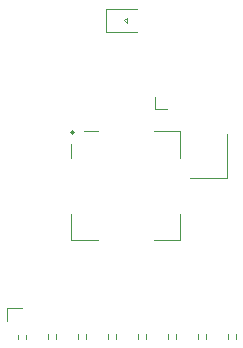
<source format=gto>
G04 #@! TF.GenerationSoftware,KiCad,Pcbnew,(5.1.9)-1*
G04 #@! TF.CreationDate,2021-06-07T22:02:30-04:00*
G04 #@! TF.ProjectId,icepool-board,69636570-6f6f-46c2-9d62-6f6172642e6b,2020-04*
G04 #@! TF.SameCoordinates,Original*
G04 #@! TF.FileFunction,Legend,Top*
G04 #@! TF.FilePolarity,Positive*
%FSLAX46Y46*%
G04 Gerber Fmt 4.6, Leading zero omitted, Abs format (unit mm)*
G04 Created by KiCad (PCBNEW (5.1.9)-1) date 2021-06-07 22:02:30*
%MOMM*%
%LPD*%
G01*
G04 APERTURE LIST*
%ADD10C,0.120000*%
%ADD11C,0.200000*%
G04 APERTURE END LIST*
D10*
X41400000Y-83500000D02*
X41600000Y-83300000D01*
X41600000Y-83700000D02*
X41400000Y-83500000D01*
X41600000Y-83300000D02*
X41600000Y-83700000D01*
X42500000Y-82540000D02*
X39815000Y-82540000D01*
X39815000Y-82540000D02*
X39815000Y-84460000D01*
X39815000Y-84460000D02*
X42500000Y-84460000D01*
X32390000Y-110490000D02*
X32390000Y-110110000D01*
X33110000Y-110490000D02*
X33110000Y-110110000D01*
X34930000Y-110490000D02*
X34930000Y-110050000D01*
X35650000Y-110490000D02*
X35650000Y-110050000D01*
X37470000Y-110490000D02*
X37470000Y-110050000D01*
X38190000Y-110490000D02*
X38190000Y-110050000D01*
X40010000Y-110490000D02*
X40010000Y-110050000D01*
X40730000Y-110490000D02*
X40730000Y-110050000D01*
X42550000Y-110490000D02*
X42550000Y-110050000D01*
X43270000Y-110490000D02*
X43270000Y-110050000D01*
X45090000Y-110490000D02*
X45090000Y-110050000D01*
X45810000Y-110490000D02*
X45810000Y-110050000D01*
X47630000Y-110490000D02*
X47630000Y-110050000D01*
X48350000Y-110490000D02*
X48350000Y-110050000D01*
X50170000Y-110490000D02*
X50170000Y-110050000D01*
X50890000Y-110490000D02*
X50890000Y-110050000D01*
X31420000Y-107890000D02*
X32750000Y-107890000D01*
X31420000Y-109000000D02*
X31420000Y-107890000D01*
D11*
X37100000Y-93000000D02*
G75*
G03*
X37100000Y-93000000I-100000J0D01*
G01*
D10*
X36880000Y-94000000D02*
X36880000Y-95130000D01*
X39130000Y-92880000D02*
X38000000Y-92880000D01*
X36880000Y-102120000D02*
X36880000Y-99870000D01*
X39130000Y-102120000D02*
X36880000Y-102120000D01*
X46120000Y-92880000D02*
X46120000Y-95130000D01*
X43870000Y-92880000D02*
X46120000Y-92880000D01*
X46120000Y-102120000D02*
X46120000Y-99870000D01*
X43870000Y-102120000D02*
X46120000Y-102120000D01*
X46120000Y-92880000D02*
X46120000Y-95130000D01*
X43870000Y-92880000D02*
X46120000Y-92880000D01*
X46120000Y-92880000D02*
X46120000Y-95130000D01*
X43870000Y-92880000D02*
X46120000Y-92880000D01*
X50075000Y-96900000D02*
X50075000Y-93100000D01*
X46925000Y-96900000D02*
X50075000Y-96900000D01*
X45000000Y-91000000D02*
X44000000Y-91000000D01*
X44000000Y-91000000D02*
X44000000Y-90000000D01*
M02*

</source>
